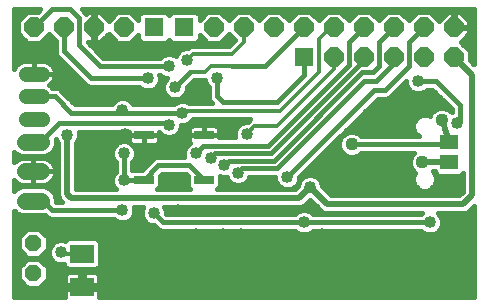
<source format=gbl>
G75*
G70*
%OFA0B0*%
%FSLAX24Y24*%
%IPPOS*%
%LPD*%
%AMOC8*
5,1,8,0,0,1.08239X$1,22.5*
%
%ADD10C,0.0560*%
%ADD11R,0.0787X0.0630*%
%ADD12R,0.0650X0.0300*%
%ADD13OC8,0.0560*%
%ADD14C,0.0516*%
%ADD15R,0.0640X0.0640*%
%ADD16OC8,0.0640*%
%ADD17R,0.0591X0.0512*%
%ADD18C,0.0160*%
%ADD19C,0.0400*%
%ADD20C,0.0140*%
%ADD21C,0.0200*%
%ADD22C,0.0436*%
D10*
X002232Y008828D02*
X002792Y008828D01*
X002792Y009812D02*
X002232Y009812D01*
X002232Y010796D02*
X002792Y010796D01*
D11*
X004143Y007063D03*
X004143Y005960D03*
D12*
X006203Y009521D03*
X008203Y009521D03*
X008203Y011021D03*
X006203Y011021D03*
D13*
X002523Y007411D03*
X002523Y006411D03*
D14*
X002286Y011563D02*
X002801Y011563D01*
X002801Y012311D02*
X002286Y012311D01*
X002286Y013063D02*
X002801Y013063D01*
D15*
X006543Y014611D03*
X007543Y014611D03*
X011543Y013611D03*
D16*
X012543Y013611D03*
X013543Y013611D03*
X014543Y013611D03*
X015543Y013611D03*
X016543Y013611D03*
X016543Y014611D03*
X015543Y014611D03*
X014543Y014611D03*
X013543Y014611D03*
X012543Y014611D03*
X011543Y014611D03*
X010543Y014611D03*
X009543Y014611D03*
X008543Y014611D03*
X005543Y014611D03*
X004543Y014611D03*
X003543Y014611D03*
X002543Y014611D03*
D17*
X016393Y010796D03*
X016393Y010127D03*
D18*
X001878Y008504D02*
X001878Y005613D01*
X003571Y005613D01*
X003569Y005622D01*
X003569Y005883D01*
X004065Y005883D01*
X004065Y006038D01*
X003569Y006038D01*
X003569Y006299D01*
X003581Y006345D01*
X003605Y006386D01*
X003639Y006419D01*
X003680Y006443D01*
X003725Y006455D01*
X004065Y006455D01*
X004065Y006038D01*
X004220Y006038D01*
X004220Y006455D01*
X004560Y006455D01*
X004606Y006443D01*
X004647Y006419D01*
X004681Y006386D01*
X004704Y006345D01*
X004716Y006299D01*
X004716Y006038D01*
X004221Y006038D01*
X004221Y005883D01*
X004716Y005883D01*
X004716Y005622D01*
X004714Y005613D01*
X017203Y005613D01*
X017203Y008647D01*
X017097Y008542D01*
X017013Y008457D01*
X016903Y008411D01*
X016008Y008411D01*
X016082Y008338D01*
X016143Y008191D01*
X016143Y008032D01*
X016082Y007885D01*
X015969Y007772D01*
X015822Y007711D01*
X015663Y007711D01*
X015516Y007772D01*
X015457Y007831D01*
X011829Y007831D01*
X011769Y007772D01*
X011622Y007711D01*
X011463Y007711D01*
X011316Y007772D01*
X011257Y007831D01*
X006899Y007831D01*
X006787Y007831D01*
X006684Y007874D01*
X006547Y008011D01*
X006463Y008011D01*
X006316Y008072D01*
X006204Y008185D01*
X006143Y008332D01*
X006143Y008491D01*
X006193Y008611D01*
X005884Y008611D01*
X005893Y008591D01*
X005893Y008432D01*
X005832Y008285D01*
X005719Y008172D01*
X005572Y008111D01*
X005413Y008111D01*
X005266Y008172D01*
X005207Y008231D01*
X003191Y008231D01*
X003183Y008229D01*
X003135Y008231D01*
X003087Y008231D01*
X003080Y008234D01*
X003072Y008235D01*
X003029Y008256D01*
X002984Y008274D01*
X002979Y008280D01*
X002972Y008283D01*
X002939Y008319D01*
X002905Y008353D01*
X002905Y008355D01*
X002888Y008348D01*
X002137Y008348D01*
X001960Y008421D01*
X001878Y008504D01*
X001878Y008482D02*
X001899Y008482D01*
X001878Y008324D02*
X002935Y008324D01*
X003143Y008511D02*
X005493Y008511D01*
X005893Y008482D02*
X006143Y008482D01*
X006146Y008324D02*
X005848Y008324D01*
X005702Y008165D02*
X006223Y008165D01*
X006552Y008007D02*
X001878Y008007D01*
X001878Y008165D02*
X005283Y008165D01*
X004666Y007531D02*
X017203Y007531D01*
X017203Y007373D02*
X004736Y007373D01*
X004736Y007460D02*
X004619Y007578D01*
X003666Y007578D01*
X003577Y007489D01*
X003522Y007511D01*
X003363Y007511D01*
X003216Y007451D01*
X003104Y007338D01*
X003043Y007191D01*
X003043Y007032D01*
X003104Y006885D01*
X003216Y006772D01*
X003363Y006711D01*
X003522Y006711D01*
X003549Y006723D01*
X003549Y006665D01*
X003666Y006548D01*
X004619Y006548D01*
X004736Y006665D01*
X004736Y007460D01*
X004736Y007214D02*
X017203Y007214D01*
X017203Y007055D02*
X004736Y007055D01*
X004736Y006897D02*
X017203Y006897D01*
X017203Y006738D02*
X004736Y006738D01*
X004651Y006580D02*
X017203Y006580D01*
X017203Y006421D02*
X004644Y006421D01*
X004716Y006263D02*
X017203Y006263D01*
X017203Y006104D02*
X004716Y006104D01*
X004716Y005787D02*
X017203Y005787D01*
X017203Y005629D02*
X004716Y005629D01*
X004221Y005946D02*
X017203Y005946D01*
X017203Y007690D02*
X002923Y007690D01*
X003003Y007610D02*
X002722Y007891D01*
X002324Y007891D01*
X002043Y007610D01*
X002043Y007213D01*
X002324Y006931D01*
X002722Y006931D01*
X003003Y007213D01*
X003003Y007610D01*
X003003Y007531D02*
X003620Y007531D01*
X003138Y007373D02*
X003003Y007373D01*
X003003Y007214D02*
X003052Y007214D01*
X003043Y007055D02*
X002846Y007055D01*
X002722Y006891D02*
X002324Y006891D01*
X002043Y006610D01*
X002043Y006213D01*
X002324Y005931D01*
X002722Y005931D01*
X003003Y006213D01*
X003003Y006610D01*
X002722Y006891D01*
X002875Y006738D02*
X003298Y006738D01*
X003099Y006897D02*
X001878Y006897D01*
X001878Y007055D02*
X002200Y007055D01*
X002043Y007214D02*
X001878Y007214D01*
X001878Y007373D02*
X002043Y007373D01*
X002043Y007531D02*
X001878Y007531D01*
X001878Y007690D02*
X002122Y007690D01*
X002281Y007848D02*
X001878Y007848D01*
X002765Y007848D02*
X006747Y007848D01*
X006843Y008111D02*
X006543Y008411D01*
X006943Y008407D02*
X006943Y008491D01*
X006893Y008611D01*
X011309Y008611D01*
X011429Y008611D01*
X011539Y008657D01*
X011743Y008861D01*
X012147Y008457D01*
X012257Y008411D01*
X012377Y008411D01*
X015477Y008411D01*
X015457Y008391D01*
X011829Y008391D01*
X011769Y008451D01*
X011622Y008511D01*
X011463Y008511D01*
X011316Y008451D01*
X011257Y008391D01*
X006959Y008391D01*
X006943Y008407D01*
X006943Y008482D02*
X011393Y008482D01*
X011499Y008641D02*
X011963Y008641D01*
X011805Y008799D02*
X011681Y008799D01*
X011693Y008482D02*
X012122Y008482D01*
X012441Y009011D02*
X012143Y009310D01*
X012143Y009365D01*
X012082Y009512D01*
X011969Y009625D01*
X011822Y009685D01*
X011663Y009685D01*
X011516Y009625D01*
X011404Y009512D01*
X011343Y009365D01*
X011343Y009310D01*
X011245Y009211D01*
X008651Y009211D01*
X008728Y009289D01*
X008728Y009647D01*
X008813Y009611D01*
X008972Y009611D01*
X009004Y009535D01*
X009116Y009422D01*
X009263Y009361D01*
X009422Y009361D01*
X009569Y009422D01*
X009682Y009535D01*
X009722Y009631D01*
X010587Y009631D01*
X010593Y009631D01*
X010593Y009532D01*
X010654Y009385D01*
X010766Y009272D01*
X010913Y009211D01*
X011072Y009211D01*
X011219Y009272D01*
X011332Y009385D01*
X011393Y009532D01*
X011393Y009616D01*
X014009Y012231D01*
X014187Y012231D01*
X014299Y012231D01*
X014401Y012274D01*
X014943Y012816D01*
X014943Y012732D01*
X015004Y012585D01*
X015116Y012472D01*
X015263Y012411D01*
X015422Y012411D01*
X015569Y012472D01*
X015629Y012531D01*
X015827Y012531D01*
X016463Y011896D01*
X016463Y011783D01*
X016380Y011866D01*
X016226Y011930D01*
X016060Y011930D01*
X015906Y011866D01*
X015788Y011748D01*
X015748Y011650D01*
X015639Y011694D01*
X015489Y011694D01*
X015351Y011637D01*
X015245Y011531D01*
X015187Y011392D01*
X015187Y011242D01*
X015245Y011104D01*
X015351Y010998D01*
X015366Y010991D01*
X013454Y010991D01*
X013380Y011066D01*
X013226Y011130D01*
X013060Y011130D01*
X012906Y011066D01*
X012788Y010948D01*
X012725Y010795D01*
X012725Y010628D01*
X012788Y010475D01*
X012906Y010357D01*
X013060Y010293D01*
X013226Y010293D01*
X013380Y010357D01*
X013454Y010431D01*
X015222Y010431D01*
X015138Y010348D01*
X015075Y010195D01*
X015075Y010028D01*
X015138Y009875D01*
X015249Y009764D01*
X015245Y009759D01*
X015187Y009621D01*
X015187Y009471D01*
X015245Y009332D01*
X015351Y009226D01*
X015489Y009169D01*
X015639Y009169D01*
X015778Y009226D01*
X015884Y009332D01*
X015942Y009471D01*
X015942Y009621D01*
X015884Y009759D01*
X015832Y009811D01*
X015898Y009811D01*
X015898Y009788D01*
X016015Y009671D01*
X016771Y009671D01*
X016843Y009743D01*
X016843Y009136D01*
X016719Y009011D01*
X012441Y009011D01*
X012336Y009117D02*
X016824Y009117D01*
X016843Y009275D02*
X015827Y009275D01*
X015926Y009434D02*
X016843Y009434D01*
X016843Y009592D02*
X015942Y009592D01*
X015935Y009751D02*
X015888Y009751D01*
X015241Y009751D02*
X011528Y009751D01*
X011484Y009592D02*
X011393Y009592D01*
X011371Y009434D02*
X011352Y009434D01*
X011308Y009275D02*
X011222Y009275D01*
X010993Y009611D02*
X013893Y012511D01*
X014243Y012511D01*
X015043Y013311D01*
X015043Y014111D01*
X015543Y014611D01*
X015907Y014983D02*
X016207Y014983D01*
X016336Y015111D02*
X016057Y014833D01*
X015758Y015131D01*
X015327Y015131D01*
X015043Y014847D01*
X014758Y015131D01*
X014327Y015131D01*
X014043Y014847D01*
X013758Y015131D01*
X013327Y015131D01*
X013043Y014847D01*
X012758Y015131D01*
X012327Y015131D01*
X012043Y014847D01*
X011758Y015131D01*
X011327Y015131D01*
X011043Y014847D01*
X010758Y015131D01*
X010327Y015131D01*
X010043Y014847D01*
X009758Y015131D01*
X009327Y015131D01*
X009043Y014847D01*
X008758Y015131D01*
X008327Y015131D01*
X008063Y014867D01*
X008063Y015014D01*
X007946Y015131D01*
X007140Y015131D01*
X007043Y015034D01*
X006946Y015131D01*
X006140Y015131D01*
X006023Y015014D01*
X006023Y014867D01*
X005758Y015131D01*
X005327Y015131D01*
X005029Y014833D01*
X004750Y015111D01*
X004563Y015111D01*
X004563Y014632D01*
X004523Y014632D01*
X004523Y015111D01*
X004336Y015111D01*
X004284Y015060D01*
X004280Y015070D01*
X004141Y015210D01*
X017203Y015210D01*
X017203Y013376D01*
X017063Y013516D01*
X017063Y013827D01*
X016764Y014126D01*
X017043Y014404D01*
X017043Y014591D01*
X016563Y014591D01*
X016563Y014631D01*
X017043Y014631D01*
X017043Y014819D01*
X016750Y015111D01*
X016563Y015111D01*
X016563Y014632D01*
X016523Y014632D01*
X016523Y015111D01*
X016336Y015111D01*
X016523Y014983D02*
X016563Y014983D01*
X016563Y014824D02*
X016523Y014824D01*
X016523Y014666D02*
X016563Y014666D01*
X016879Y014983D02*
X017203Y014983D01*
X017203Y015141D02*
X004209Y015141D01*
X004043Y014911D02*
X003743Y015211D01*
X003143Y015211D01*
X002543Y014611D01*
X002179Y014983D02*
X001878Y014983D01*
X001878Y015141D02*
X002677Y015141D01*
X002667Y015131D02*
X002327Y015131D01*
X002023Y014827D01*
X002023Y014396D01*
X002327Y014091D01*
X002758Y014091D01*
X003043Y014376D01*
X003263Y014156D01*
X003263Y013756D01*
X003305Y013653D01*
X003384Y013574D01*
X004284Y012674D01*
X004387Y012631D01*
X004499Y012631D01*
X006057Y012631D01*
X006116Y012572D01*
X006263Y012511D01*
X006422Y012511D01*
X006569Y012572D01*
X006682Y012685D01*
X006743Y012832D01*
X006743Y012991D01*
X006726Y013031D01*
X006757Y013031D01*
X006816Y012972D01*
X006963Y012911D01*
X006977Y012911D01*
X006904Y012838D01*
X006843Y012691D01*
X006843Y012532D01*
X006904Y012385D01*
X007016Y012272D01*
X007163Y012211D01*
X007322Y012211D01*
X007469Y012272D01*
X007582Y012385D01*
X007643Y012532D01*
X007643Y012616D01*
X007869Y012841D01*
X008189Y012841D01*
X008243Y012841D01*
X008243Y012832D01*
X008304Y012685D01*
X008363Y012626D01*
X008363Y012256D01*
X008405Y012153D01*
X008477Y012081D01*
X007738Y012081D01*
X007719Y012101D01*
X007572Y012161D01*
X007413Y012161D01*
X007266Y012101D01*
X007207Y012041D01*
X005851Y012041D01*
X005832Y012088D01*
X005719Y012201D01*
X005572Y012261D01*
X005413Y012261D01*
X005266Y012201D01*
X005154Y012088D01*
X005134Y012041D01*
X003909Y012041D01*
X003480Y012470D01*
X003401Y012549D01*
X003299Y012591D01*
X003169Y012591D01*
X003061Y012700D01*
X003051Y012704D01*
X003087Y012730D01*
X003135Y012778D01*
X003176Y012834D01*
X003207Y012895D01*
X003228Y012961D01*
X003239Y013029D01*
X003239Y013063D01*
X002544Y013063D01*
X002544Y013064D01*
X002543Y013064D01*
X002543Y013501D01*
X002251Y013501D01*
X002183Y013490D01*
X002118Y013469D01*
X002056Y013438D01*
X002001Y013397D01*
X001952Y013349D01*
X001911Y013293D01*
X001880Y013231D01*
X001878Y013224D01*
X001878Y015210D01*
X002745Y015210D01*
X002667Y015131D01*
X002023Y014824D02*
X001878Y014824D01*
X001878Y014666D02*
X002023Y014666D01*
X002023Y014507D02*
X001878Y014507D01*
X001878Y014348D02*
X002070Y014348D01*
X002229Y014190D02*
X001878Y014190D01*
X001878Y014031D02*
X003263Y014031D01*
X003263Y013873D02*
X001878Y013873D01*
X001878Y013714D02*
X003280Y013714D01*
X003403Y013556D02*
X001878Y013556D01*
X001878Y013397D02*
X002000Y013397D01*
X001884Y013239D02*
X001878Y013239D01*
X002543Y013239D02*
X002544Y013239D01*
X002543Y013397D02*
X002544Y013397D01*
X002544Y013501D02*
X002544Y013064D01*
X003239Y013064D01*
X003239Y013098D01*
X003228Y013166D01*
X003207Y013231D01*
X003176Y013293D01*
X003135Y013349D01*
X003087Y013397D01*
X003561Y013397D01*
X003720Y013239D02*
X003203Y013239D01*
X003239Y013080D02*
X003878Y013080D01*
X004037Y012922D02*
X003216Y012922D01*
X003120Y012763D02*
X004195Y012763D01*
X004443Y012911D02*
X003543Y013811D01*
X003543Y014611D01*
X004043Y014911D02*
X004043Y014011D01*
X004743Y013311D01*
X007043Y013311D01*
X006757Y013591D02*
X004859Y013591D01*
X004339Y014111D01*
X004523Y014111D01*
X004523Y014591D01*
X004563Y014591D01*
X004563Y014111D01*
X004750Y014111D01*
X005029Y014390D01*
X005327Y014091D01*
X005758Y014091D01*
X006023Y014356D01*
X006023Y014209D01*
X006140Y014091D01*
X006946Y014091D01*
X007043Y014189D01*
X007140Y014091D01*
X007946Y014091D01*
X008063Y014209D01*
X008063Y014356D01*
X008327Y014091D01*
X008758Y014091D01*
X009043Y014376D01*
X009234Y014185D01*
X009031Y013981D01*
X007897Y013981D01*
X007789Y013981D01*
X007690Y013940D01*
X007661Y013911D01*
X007563Y013911D01*
X007416Y013851D01*
X007304Y013738D01*
X007268Y013651D01*
X007122Y013711D01*
X006963Y013711D01*
X006816Y013651D01*
X006757Y013591D01*
X007294Y013714D02*
X004736Y013714D01*
X004577Y013873D02*
X007470Y013873D01*
X008044Y014190D02*
X008229Y014190D01*
X008070Y014348D02*
X008063Y014348D01*
X008857Y014190D02*
X009229Y014190D01*
X009081Y014031D02*
X004419Y014031D01*
X004523Y014190D02*
X004563Y014190D01*
X004563Y014348D02*
X004523Y014348D01*
X004523Y014507D02*
X004563Y014507D01*
X004563Y014666D02*
X004523Y014666D01*
X004523Y014824D02*
X004563Y014824D01*
X004563Y014983D02*
X004523Y014983D01*
X004879Y014983D02*
X005179Y014983D01*
X005907Y014983D02*
X006023Y014983D01*
X006015Y014348D02*
X006023Y014348D01*
X006042Y014190D02*
X005857Y014190D01*
X005229Y014190D02*
X004828Y014190D01*
X004987Y014348D02*
X005070Y014348D01*
X003229Y014190D02*
X002857Y014190D01*
X003015Y014348D02*
X003071Y014348D01*
X002904Y013490D02*
X002836Y013501D01*
X002544Y013501D01*
X002904Y013490D02*
X002969Y013469D01*
X003031Y013438D01*
X003087Y013397D01*
X002544Y013080D02*
X002543Y013080D01*
X003156Y012604D02*
X006084Y012604D01*
X006343Y012911D02*
X004443Y012911D01*
X003504Y012446D02*
X006878Y012446D01*
X006843Y012604D02*
X006601Y012604D01*
X006714Y012763D02*
X006873Y012763D01*
X006939Y012922D02*
X006743Y012922D01*
X007243Y012611D02*
X007743Y013111D01*
X007790Y012763D02*
X008271Y012763D01*
X008363Y012604D02*
X007643Y012604D01*
X007607Y012446D02*
X008363Y012446D01*
X008363Y012287D02*
X007484Y012287D01*
X007335Y012129D02*
X005791Y012129D01*
X005493Y011861D02*
X005493Y011811D01*
X005543Y011761D01*
X007493Y011761D01*
X007651Y012129D02*
X008429Y012129D01*
X008643Y012311D02*
X008643Y012911D01*
X009143Y013311D02*
X010243Y013311D01*
X011543Y014611D01*
X011907Y014983D02*
X012179Y014983D01*
X012907Y014983D02*
X013179Y014983D01*
X013543Y014611D02*
X013043Y014111D01*
X013043Y013361D01*
X010343Y010661D01*
X008193Y010661D01*
X007943Y010411D01*
X007565Y010543D02*
X005921Y010543D01*
X005943Y010491D02*
X005882Y010638D01*
X005819Y010701D01*
X005854Y010691D01*
X006203Y010691D01*
X006552Y010691D01*
X006597Y010704D01*
X006638Y010727D01*
X006672Y010761D01*
X006696Y010802D01*
X006708Y010848D01*
X006708Y011021D01*
X006203Y011021D01*
X006203Y010691D01*
X006203Y011021D01*
X006203Y011021D01*
X006203Y011022D01*
X006708Y011022D01*
X006708Y011131D01*
X006816Y011022D01*
X006963Y010961D01*
X007122Y010961D01*
X007269Y011022D01*
X007382Y011135D01*
X007443Y011282D01*
X007443Y011361D01*
X007572Y011361D01*
X007719Y011422D01*
X007832Y011535D01*
X007835Y011541D01*
X009743Y011541D01*
X009740Y011540D01*
X009661Y011461D01*
X009563Y011461D01*
X009416Y011401D01*
X009304Y011288D01*
X009243Y011141D01*
X009243Y010982D01*
X009260Y010941D01*
X008708Y010941D01*
X008708Y011021D01*
X008203Y011021D01*
X008203Y011022D01*
X008203Y011022D01*
X008203Y011351D01*
X008552Y011351D01*
X008597Y011339D01*
X008638Y011316D01*
X008672Y011282D01*
X008696Y011241D01*
X008708Y011195D01*
X008708Y011022D01*
X008203Y011022D01*
X008203Y011351D01*
X007854Y011351D01*
X007808Y011339D01*
X007767Y011316D01*
X007734Y011282D01*
X007710Y011241D01*
X007698Y011195D01*
X007698Y011022D01*
X008202Y011022D01*
X008202Y011021D01*
X007698Y011021D01*
X007698Y010848D01*
X007710Y010802D01*
X007734Y010761D01*
X007736Y010759D01*
X007716Y010751D01*
X007604Y010638D01*
X007543Y010491D01*
X007543Y010332D01*
X007560Y010291D01*
X006637Y010291D01*
X006534Y010249D01*
X006455Y010170D01*
X006157Y009871D01*
X005823Y009871D01*
X005823Y010126D01*
X005882Y010185D01*
X005943Y010332D01*
X005943Y010491D01*
X005943Y010385D02*
X007543Y010385D01*
X007668Y010702D02*
X006591Y010702D01*
X006708Y010861D02*
X007698Y010861D01*
X007698Y011019D02*
X007261Y011019D01*
X007400Y011178D02*
X007698Y011178D01*
X007803Y011336D02*
X007443Y011336D01*
X007792Y011495D02*
X009694Y011495D01*
X009352Y011336D02*
X008603Y011336D01*
X008708Y011178D02*
X009258Y011178D01*
X009243Y011019D02*
X008708Y011019D01*
X008203Y011178D02*
X008203Y011178D01*
X008203Y011336D02*
X008203Y011336D01*
X008843Y012111D02*
X008643Y012311D01*
X008843Y012111D02*
X010643Y012111D01*
X011543Y013011D01*
X011543Y013611D01*
X013543Y013611D02*
X013543Y013511D01*
X010443Y010411D01*
X008593Y010411D01*
X008443Y010261D01*
X008893Y010011D02*
X009043Y010161D01*
X010543Y010161D01*
X013493Y013111D01*
X013843Y013111D01*
X014043Y013311D01*
X014043Y014111D01*
X014543Y014611D01*
X014907Y014983D02*
X015179Y014983D01*
X014179Y014983D02*
X013907Y014983D01*
X013543Y013611D02*
X013543Y013411D01*
X013543Y012811D02*
X013943Y012811D01*
X014543Y013411D01*
X014543Y013611D01*
X014890Y012763D02*
X014943Y012763D01*
X014996Y012604D02*
X014732Y012604D01*
X014573Y012446D02*
X015180Y012446D01*
X015506Y012446D02*
X015912Y012446D01*
X016071Y012287D02*
X014415Y012287D01*
X013906Y012129D02*
X016229Y012129D01*
X016388Y011970D02*
X013748Y011970D01*
X013589Y011812D02*
X015852Y011812D01*
X015749Y011653D02*
X015739Y011653D01*
X015390Y011653D02*
X013431Y011653D01*
X013272Y011495D02*
X015230Y011495D01*
X015187Y011336D02*
X013113Y011336D01*
X012955Y011178D02*
X015214Y011178D01*
X015329Y011019D02*
X013426Y011019D01*
X013143Y010711D02*
X016108Y010711D01*
X016393Y010796D01*
X016177Y010811D01*
X015175Y010385D02*
X013407Y010385D01*
X012878Y010385D02*
X012162Y010385D01*
X012004Y010226D02*
X015088Y010226D01*
X015075Y010068D02*
X011845Y010068D01*
X011687Y009909D02*
X015124Y009909D01*
X015187Y009592D02*
X012002Y009592D01*
X012114Y009434D02*
X015203Y009434D01*
X015302Y009275D02*
X012177Y009275D01*
X010764Y009275D02*
X008714Y009275D01*
X008728Y009434D02*
X009105Y009434D01*
X008980Y009592D02*
X008728Y009592D01*
X009343Y009761D02*
X009493Y009911D01*
X010643Y009911D01*
X013543Y012811D01*
X015343Y012811D02*
X015943Y012811D01*
X016743Y012011D01*
X016743Y011511D01*
X016643Y011411D01*
X016463Y011812D02*
X016434Y011812D01*
X017181Y013397D02*
X017203Y013397D01*
X017203Y013556D02*
X017063Y013556D01*
X017063Y013714D02*
X017203Y013714D01*
X017203Y013873D02*
X017017Y013873D01*
X016858Y014031D02*
X017203Y014031D01*
X017203Y014190D02*
X016828Y014190D01*
X016987Y014348D02*
X017203Y014348D01*
X017203Y014507D02*
X017043Y014507D01*
X017043Y014666D02*
X017203Y014666D01*
X017203Y014824D02*
X017037Y014824D01*
X011179Y014983D02*
X010907Y014983D01*
X010179Y014983D02*
X009907Y014983D01*
X009543Y014611D02*
X009543Y014411D01*
X009070Y014348D02*
X009015Y014348D01*
X008907Y014983D02*
X009179Y014983D01*
X008179Y014983D02*
X008063Y014983D01*
X007001Y012287D02*
X003663Y012287D01*
X003821Y012129D02*
X005195Y012129D01*
X005543Y011761D02*
X003793Y011761D01*
X003243Y012311D01*
X002544Y012311D01*
X003393Y011411D02*
X002793Y010811D01*
X002528Y010811D01*
X002512Y010796D01*
X002137Y010316D02*
X002888Y010316D01*
X003064Y010389D01*
X003199Y010524D01*
X003272Y010701D01*
X003272Y010885D01*
X003304Y010809D01*
X003343Y010770D01*
X003343Y009121D01*
X003343Y009002D01*
X003389Y008892D01*
X003489Y008791D01*
X003272Y008791D01*
X003272Y008923D01*
X003199Y009100D01*
X003064Y009235D01*
X002888Y009308D01*
X002137Y009308D01*
X001960Y009235D01*
X001878Y009152D01*
X001878Y009518D01*
X001881Y009512D01*
X001933Y009461D01*
X001991Y009419D01*
X002056Y009386D01*
X002125Y009363D01*
X002196Y009352D01*
X002512Y009352D01*
X002512Y009812D01*
X002512Y010272D01*
X002196Y010272D01*
X002125Y010261D01*
X002056Y010238D01*
X001991Y010205D01*
X001933Y010163D01*
X001881Y010112D01*
X001878Y010106D01*
X001878Y010472D01*
X001960Y010389D01*
X002137Y010316D01*
X002032Y010226D02*
X001878Y010226D01*
X001878Y010385D02*
X001971Y010385D01*
X002513Y010272D02*
X002513Y009812D01*
X003252Y009812D01*
X003252Y009848D01*
X003241Y009920D01*
X003219Y009989D01*
X003186Y010053D01*
X003143Y010112D01*
X003092Y010163D01*
X003033Y010205D01*
X002969Y010238D01*
X002900Y010261D01*
X002829Y010272D01*
X002513Y010272D01*
X002512Y010226D02*
X002513Y010226D01*
X002512Y010068D02*
X002513Y010068D01*
X002512Y009909D02*
X002513Y009909D01*
X002513Y009812D02*
X002512Y009812D01*
X002513Y009812D01*
X002513Y009812D01*
X003252Y009812D01*
X003252Y009776D01*
X003241Y009704D01*
X003219Y009635D01*
X003186Y009571D01*
X003143Y009512D01*
X003092Y009461D01*
X003033Y009419D01*
X002969Y009386D01*
X002900Y009363D01*
X002829Y009352D01*
X002513Y009352D01*
X002513Y009812D01*
X002512Y009751D02*
X002513Y009751D01*
X002512Y009592D02*
X002513Y009592D01*
X002512Y009434D02*
X002513Y009434D01*
X002967Y009275D02*
X003343Y009275D01*
X003343Y009117D02*
X003182Y009117D01*
X003258Y008958D02*
X003361Y008958D01*
X003272Y008799D02*
X003481Y008799D01*
X003143Y008511D02*
X002859Y008828D01*
X002512Y008828D01*
X002058Y009275D02*
X001878Y009275D01*
X001878Y009434D02*
X001970Y009434D01*
X003054Y009434D02*
X003343Y009434D01*
X003343Y009592D02*
X003197Y009592D01*
X003248Y009751D02*
X003343Y009751D01*
X003343Y009909D02*
X003243Y009909D01*
X003175Y010068D02*
X003343Y010068D01*
X003343Y010226D02*
X002992Y010226D01*
X003054Y010385D02*
X003343Y010385D01*
X003343Y010543D02*
X003207Y010543D01*
X003272Y010702D02*
X003343Y010702D01*
X003282Y010861D02*
X003272Y010861D01*
X003943Y010770D02*
X003943Y009211D01*
X005277Y009211D01*
X005204Y009285D01*
X005143Y009432D01*
X005143Y009591D01*
X005204Y009738D01*
X005263Y009797D01*
X005263Y010126D01*
X005204Y010185D01*
X005143Y010332D01*
X005143Y010491D01*
X005204Y010638D01*
X005316Y010751D01*
X005463Y010811D01*
X005622Y010811D01*
X005731Y010767D01*
X005710Y010802D01*
X005698Y010848D01*
X005698Y011021D01*
X006202Y011021D01*
X006202Y011022D01*
X005698Y011022D01*
X005698Y011131D01*
X004036Y011131D01*
X004043Y011115D01*
X004043Y010956D01*
X003982Y010809D01*
X003943Y010770D01*
X003943Y010702D02*
X005268Y010702D01*
X005165Y010543D02*
X003943Y010543D01*
X003943Y010385D02*
X005143Y010385D01*
X005187Y010226D02*
X003943Y010226D01*
X003943Y010068D02*
X005263Y010068D01*
X005263Y009909D02*
X003943Y009909D01*
X003943Y009751D02*
X005216Y009751D01*
X005143Y009592D02*
X003943Y009592D01*
X003943Y009434D02*
X005143Y009434D01*
X005214Y009275D02*
X003943Y009275D01*
X005543Y009511D02*
X005853Y009521D01*
X006203Y009521D01*
X006693Y010011D01*
X007713Y010011D01*
X008203Y009521D01*
X007678Y009592D02*
X006728Y009592D01*
X006728Y009651D02*
X006809Y009731D01*
X007597Y009731D01*
X007678Y009651D01*
X007678Y009289D01*
X007755Y009211D01*
X006651Y009211D01*
X006728Y009289D01*
X006728Y009651D01*
X006728Y009434D02*
X007678Y009434D01*
X007691Y009275D02*
X006714Y009275D01*
X006195Y009909D02*
X005823Y009909D01*
X005823Y010068D02*
X006353Y010068D01*
X006455Y010170D02*
X006455Y010170D01*
X006512Y010226D02*
X005899Y010226D01*
X005543Y010411D02*
X005543Y009511D01*
X005698Y010861D02*
X004003Y010861D01*
X004043Y011019D02*
X005698Y011019D01*
X006203Y011019D02*
X006203Y011019D01*
X006203Y010861D02*
X006203Y010861D01*
X006203Y010702D02*
X006203Y010702D01*
X006708Y011019D02*
X006824Y011019D01*
X007043Y011361D02*
X006993Y011411D01*
X003393Y011411D01*
X006843Y008111D02*
X011543Y008111D01*
X015743Y008111D01*
X016045Y007848D02*
X017203Y007848D01*
X017203Y008007D02*
X016132Y008007D01*
X016143Y008165D02*
X017203Y008165D01*
X017203Y008324D02*
X016088Y008324D01*
X017038Y008482D02*
X017203Y008482D01*
X017196Y008641D02*
X017203Y008641D01*
X012859Y011019D02*
X012796Y011019D01*
X012752Y010861D02*
X012638Y010861D01*
X012725Y010702D02*
X012479Y010702D01*
X012321Y010543D02*
X012760Y010543D01*
X010593Y009592D02*
X009706Y009592D01*
X009581Y009434D02*
X010634Y009434D01*
X004220Y006421D02*
X004065Y006421D01*
X004065Y006263D02*
X004220Y006263D01*
X004220Y006104D02*
X004065Y006104D01*
X004065Y005946D02*
X002736Y005946D01*
X002894Y006104D02*
X003569Y006104D01*
X003569Y006263D02*
X003003Y006263D01*
X003003Y006421D02*
X003642Y006421D01*
X003634Y006580D02*
X003003Y006580D01*
X002171Y006738D02*
X001878Y006738D01*
X001878Y006580D02*
X002043Y006580D01*
X002043Y006421D02*
X001878Y006421D01*
X001878Y006263D02*
X002043Y006263D01*
X002151Y006104D02*
X001878Y006104D01*
X001878Y005946D02*
X002310Y005946D01*
X001878Y005787D02*
X003569Y005787D01*
X003569Y005629D02*
X001878Y005629D01*
D19*
X002293Y005761D03*
X003193Y005761D03*
X003443Y007111D03*
X002093Y008061D03*
X005493Y008511D03*
X006543Y008411D03*
X007343Y008511D03*
X007943Y007711D03*
X008843Y007711D03*
X009443Y007711D03*
X011543Y008111D03*
X012143Y007711D03*
X011743Y009286D03*
X010993Y009611D03*
X012343Y010311D03*
X014593Y009361D03*
X015743Y008111D03*
X016093Y007531D03*
X016893Y007531D03*
X016893Y006831D03*
X016093Y006831D03*
X016093Y006031D03*
X016893Y006031D03*
X014193Y005931D03*
X013493Y005931D03*
X012793Y005931D03*
X012093Y005931D03*
X011393Y005931D03*
X010693Y005931D03*
X009993Y005931D03*
X009293Y005931D03*
X007193Y009591D03*
X008443Y010261D03*
X008893Y010011D03*
X009343Y009761D03*
X007943Y010411D03*
X006923Y010611D03*
X006223Y010311D03*
X005543Y010411D03*
X005593Y011051D03*
X005493Y011861D03*
X006373Y012261D03*
X006343Y012911D03*
X007043Y013311D03*
X007643Y013511D03*
X006973Y013911D03*
X005473Y013911D03*
X007243Y012611D03*
X008643Y012911D03*
X007493Y011761D03*
X007043Y011361D03*
X009093Y011061D03*
X009643Y011061D03*
X005543Y009511D03*
X003643Y011036D03*
X002563Y013591D03*
X015343Y012811D03*
X015543Y012161D03*
X016643Y011411D03*
D20*
X012543Y013211D02*
X012543Y013611D01*
X012543Y013211D02*
X010643Y011311D01*
X009893Y011311D01*
X009643Y011061D01*
X010743Y011811D02*
X007543Y011811D01*
X007493Y011761D01*
X007743Y013111D02*
X008243Y013111D01*
X008443Y013311D01*
X009143Y013311D01*
X009143Y013711D02*
X007843Y013711D01*
X007643Y013511D01*
X009143Y013711D02*
X009543Y014111D01*
X009543Y014411D01*
X012043Y014211D02*
X012043Y013111D01*
X010743Y011811D01*
X012043Y014211D02*
X012443Y014611D01*
X012543Y014611D01*
X006543Y008411D02*
X006543Y008311D01*
X004143Y007063D02*
X003492Y007063D01*
X003443Y007111D01*
D21*
X003793Y008911D02*
X011369Y008911D01*
X011743Y009286D01*
X012317Y008711D01*
X016843Y008711D01*
X017143Y009011D01*
X017143Y013011D01*
X016543Y013611D01*
X016143Y011511D02*
X016193Y011461D01*
X016393Y010796D01*
X016393Y010127D02*
X016177Y010111D01*
X015493Y010111D01*
X003793Y008911D02*
X003643Y009061D01*
X003643Y011036D01*
D22*
X013143Y010711D03*
X015493Y010111D03*
X016143Y011511D03*
M02*

</source>
